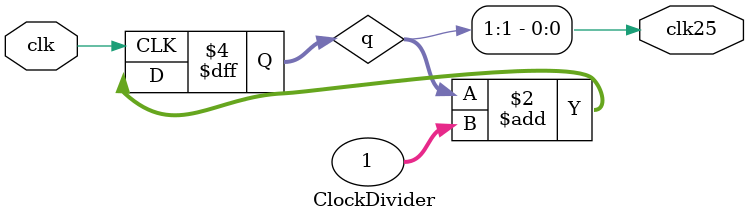
<source format=v>
`timescale 1ns / 1ps


module ClockDivider(
    input clk,
    output clk25
    // output clk01_ms,
    // output clk5_ms,
    // output clk10_ms,
    // output clk100_ms,
    // output clk1_s,
    // output clk2_s
);

reg [31:0] q = 0;
always @(posedge clk)
 q <= q + 1;
assign clk25 = q[1]; //25Mhz     //�൱���������ķ�Ƶ
// assign clk01_ms=q[13];//1000hz
// assign clk5_ms = q[18];//200hz
// assign clk10_ms=q[19];//100hz
// assign clk100_ms=q[23];//10hz
// assign clk1_s = q[25];//1hz
// assign clk2_s = q[26];//0.5hz
endmodule

</source>
